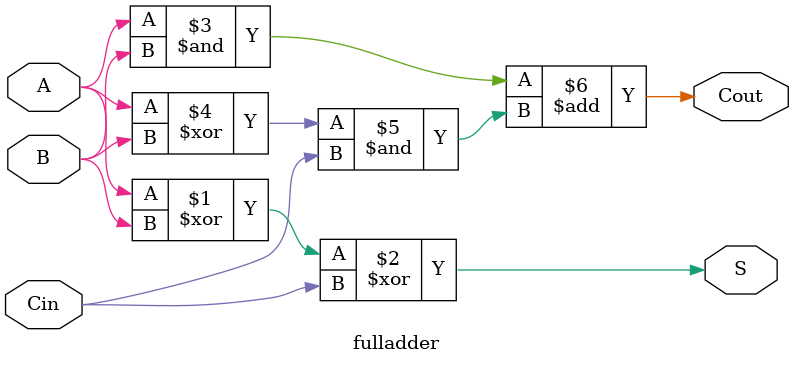
<source format=sv>
module fulladder(
    input logic A, B, Cin,
    output logic S, Cout
);

    assign S = A ^ B ^ Cin;
    assign Cout = (A & B) + ((A ^ B) & Cin);

endmodule
</source>
